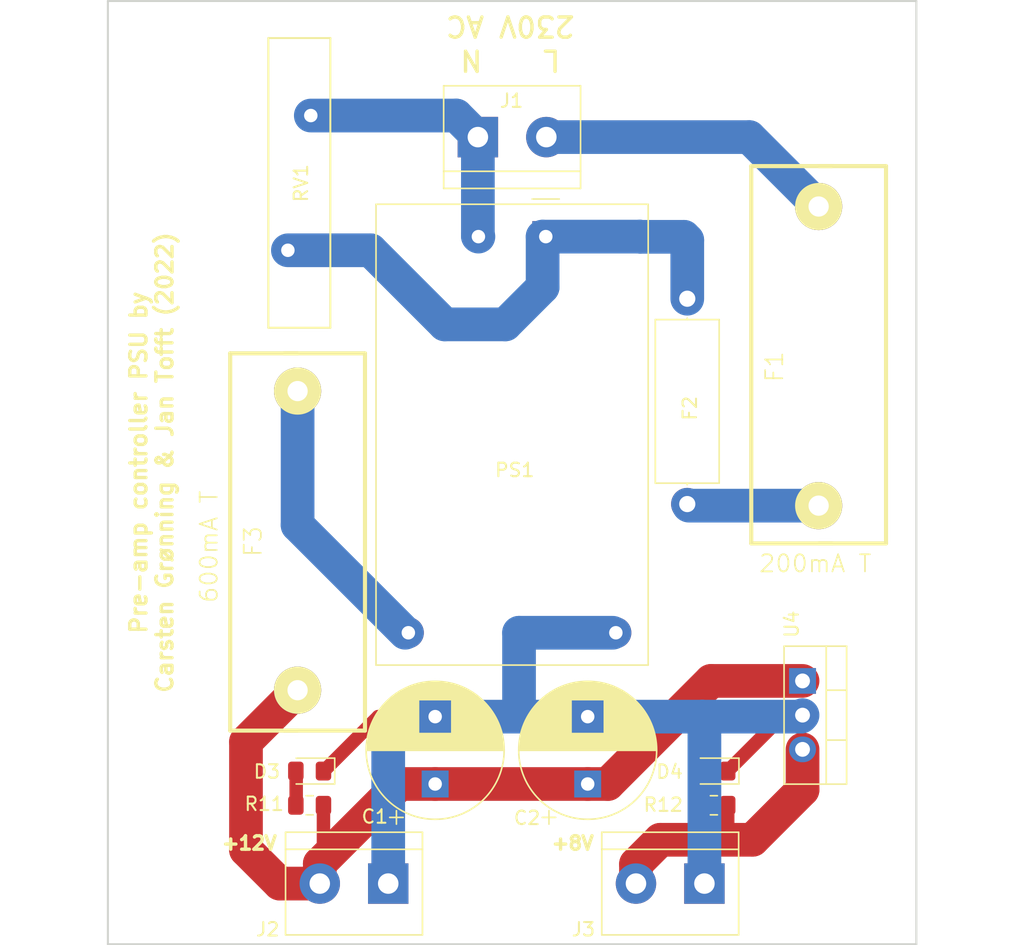
<source format=kicad_pcb>
(kicad_pcb (version 20211014) (generator pcbnew)
  (layers (0 "F.Cu" signal) (31 "B.Cu" signal) (34 "B.Paste" user) (35 "F.Paste" user) (36 "B.SilkS" user "B.Silkscreen") (37 "F.SilkS" user "F.Silkscreen") (38 "B.Mask" user) (39 "F.Mask" user) (44 "Edge.Cuts" user))
  (net 0 "")
  (net 1 "Net-(F1-Pad1)")
  (net 2 "Net-(F1-Pad2)")
  (net 3 "Net-(F3-Pad2)")
  (net 4 "GND")
  (net 5 "Net-(J1-Pad1)")
  (net 6 "+12V")
  (net 7 "+8V")
  (net 8 "Net-(D3-Pad2)")
  (net 9 "Net-(D4-Pad2)")
  (net 10 "Net-(F2-Pad2)")
  (footprint "B1 Mezmerize Controller:BLX-A" (layer "F.Cu") (at 162.75 106.25 -90)
    (fp_text reference "F1" (at 0.9 3.28 -90) (layer "F.SilkS") (effects (font (size 1.27 1.27) (thickness 0.125))))
    (fp_text value "200mA T" (at 15.5 0.25) (layer "F.SilkS") (effects (font (size 1.27 1.27) (thickness 0.125))))
    (fp_line (start 14.00302 -5.00126) (end 14.00302 5.00126) (layer "F.SilkS") (width 0.3048))
    (fp_line (start -13.99794 0) (end -13.99794 -1.00076) (layer "F.SilkS") (width 0.3048))
    (fp_line (start 14.00302 0) (end 14.00302 -1.00076) (layer "F.SilkS") (width 0.3048))
    (fp_line (start 14.00302 5.00126) (end -13.99794 5.00126) (layer "F.SilkS") (width 0.3048))
    (fp_line (start -13.99794 -5.00126) (end 14.00302 -5.00126) (layer "F.SilkS") (width 0.3048))
    (fp_line (start -13.99794 5.00126) (end -13.99794 -5.00126) (layer "F.SilkS") (width 0.3048))
    (pad "1" thru_hole circle locked (at -10.9982 0 270) (size 3.5 3.5) (drill 1.5) (layers *.Cu *.Mask "F.SilkS") (net 1 "Net-(F1-Pad1)"))
    (pad "2" thru_hole circle locked (at 11.2014 0 270) (size 3.5 3.5) (drill 1.5) (layers *.Cu *.Mask "F.SilkS") (net 2 "Net-(F1-Pad2)"))
  )
  (footprint "Resistor_THT:R_Axial_DIN0414_L11.9mm_D4.5mm_P15.24mm_Horizontal" (layer "F.Cu") (at 153 117.33466 90)
    (fp_text reference "F2" (at 7.11 0.195 90) (layer "F.SilkS"))
    (fp_text value "Thermal fuse 73dgr")
    (fp_line (start 13.8 0) (end 13.69 0) (layer "F.SilkS") (width 0.12))
    (fp_line (start 13.69 2.37) (end 13.69 -2.37) (layer "F.SilkS") (width 0.12))
    (fp_line (start 1.55 -2.37) (end 1.55 2.37) (layer "F.SilkS") (width 0.12))
    (fp_line (start 1.55 2.37) (end 13.69 2.37) (layer "F.SilkS") (width 0.12))
    (fp_line (start 1.44 0) (end 1.55 0) (layer "F.SilkS") (width 0.12))
    (fp_line (start 13.69 -2.37) (end 1.55 -2.37) (layer "F.SilkS") (width 0.12))
    (pad "1" thru_hole circle (at 0 0 90) (size 2.4 2.4) (drill 1.2) (layers *.Cu *.Mask) (net 2 "Net-(F1-Pad2)"))
    (pad "2" thru_hole oval (at 15.24 0 90) (size 2.4 2.4) (drill 1.2) (layers *.Cu *.Mask) (net 10 "Net-(F2-Pad2)"))
  )
  (footprint "Package_TO_SOT_THT:TO-220-3_Vertical" (layer "F.Cu") (at 161.555 130.46 -90)
    (fp_text reference "U4" (at -4.21 0.805 90) (layer "F.SilkS"))
    (fp_text value "L7808CV")
    (fp_line (start 0.69 -3.27) (end 0.69 -1.76) (layer "F.SilkS") (width 0.12))
    (fp_line (start 4.391 -3.27) (end 4.391 -1.76) (layer "F.SilkS") (width 0.12))
    (fp_line (start -2.58 1.371) (end 7.66 1.371) (layer "F.SilkS") (width 0.12))
    (fp_line (start -2.58 -3.27) (end 7.66 -3.27) (layer "F.SilkS") (width 0.12))
    (fp_line (start 7.66 -3.27) (end 7.66 1.371) (layer "F.SilkS") (width 0.12))
    (fp_line (start -2.58 -3.27) (end -2.58 1.371) (layer "F.SilkS") (width 0.12))
    (fp_line (start -2.58 -1.76) (end 7.66 -1.76) (layer "F.SilkS") (width 0.12))
    (pad "1" thru_hole rect (at 0 0 270) (size 1.905 2) (drill 1.1) (layers *.Cu *.Mask) (net 6 "+12V"))
    (pad "2" thru_hole oval (at 2.54 0 270) (size 1.905 2) (drill 1.1) (layers *.Cu *.Mask) (net 4 "GND"))
    (pad "3" thru_hole oval (at 5.08 0 270) (size 1.905 2) (drill 1.1) (layers *.Cu *.Mask) (net 7 "+8V"))
  )
  (footprint "MountingHole:MountingHole_3.2mm_M3_ISO7380" (layer "F.Cu") (at 165 145)
    (fp_text reference "REF**")
    (fp_text value "MountingHole_3.2mm_M3_ISO7380")
    (pad "" np_thru_hole circle (at 0 0) (size 3.2 3.2) (drill 3.2) (layers *.Cu *.Mask))
  )
  (footprint "MountingHole:MountingHole_3.2mm_M3_ISO7380" (layer "F.Cu") (at 165 85)
    (fp_text reference "REF**")
    (fp_text value "MountingHole_3.2mm_M3_ISO7380")
    (pad "" np_thru_hole circle (at 0 0) (size 3.2 3.2) (drill 3.2) (layers *.Cu *.Mask))
  )
  (footprint "Capacitor_THT:CP_Radial_D10.0mm_P5.00mm" (layer "F.Cu") (at 145.61 138.11 90)
    (fp_text reference "C2" (at -2.52 -4.5 180) (layer "F.SilkS"))
    (fp_text value "470uF")
    (fp_line (start 3.461 -4.99) (end 3.461 4.99) (layer "F.SilkS") (width 0.12))
    (fp_line (start 4.061 1.241) (end 4.061 4.837) (layer "F.SilkS") (width 0.12))
    (fp_line (start 2.9 -5.065) (end 2.9 5.065) (layer "F.SilkS") (width 0.12))
    (fp_line (start 6.781 -2.77) (end 6.781 2.77) (layer "F.SilkS") (width 0.12))
    (fp_line (start 5.541 -4.08) (end 5.541 -1.241) (layer "F.SilkS") (width 0.12))
    (fp_line (start 3.901 -4.885) (end 3.901 -1.241) (layer "F.SilkS") (width 0.12))
    (fp_line (start 4.221 1.241) (end 4.221 4.783) (layer "F.SilkS") (width 0.12))
    (fp_line (start 6.181 -3.52) (end 6.181 -1.241) (layer "F.SilkS") (width 0.12))
    (fp_line (start 4.061 -4.837) (end 4.061 -1.241) (layer "F.SilkS") (width 0.12))
    (fp_line (start 5.861 1.241) (end 5.861 3.824) (layer "F.SilkS") (width 0.12))
    (fp_line (start 7.501 -1.062) (end 7.501 1.062) (layer "F.SilkS") (width 0.12))
    (fp_line (start 7.381 -1.51) (end 7.381 1.51) (layer "F.SilkS") (width 0.12))
    (fp_line (start 4.781 -4.545) (end 4.781 -1.241) (layer "F.SilkS") (width 0.12))
    (fp_line (start 4.101 1.241) (end 4.101 4.824) (layer "F.SilkS") (width 0.12))
    (fp_line (start 6.861 -2.645) (end 6.861 2.645) (layer "F.SilkS") (width 0.12))
    (fp_line (start 5.381 1.241) (end 5.381 4.194) (layer "F.SilkS") (width 0.12))
    (fp_line (start 2.5 -5.08) (end 2.5 5.08) (layer "F.SilkS") (width 0.12))
    (fp_line (start 7.461 -1.23) (end 7.461 1.23) (layer "F.SilkS") (width 0.12))
    (fp_line (start 3.06 -5.05) (end 3.06 5.05) (layer "F.SilkS") (width 0.12))
    (fp_line (start 4.021 -4.85) (end 4.021 -1.241) (layer "F.SilkS") (width 0.12))
    (fp_line (start 4.501 1.241) (end 4.501 4.674) (layer "F.SilkS") (width 0.12))
    (fp_line (start 7.141 -2.125) (end 7.141 2.125) (layer "F.SilkS") (width 0.12))
    (fp_line (start 5.141 -4.347) (end 5.141 -1.241) (layer "F.SilkS") (width 0.12))
    (fp_line (start 5.381 -4.194) (end 5.381 -1.241) (layer "F.SilkS") (width 0.12))
    (fp_line (start 3.581 -4.965) (end 3.581 4.965) (layer "F.SilkS") (width 0.12))
    (fp_line (start 6.381 -3.301) (end 6.381 3.301) (layer "F.SilkS") (width 0.12))
    (fp_line (start 5.021 1.241) (end 5.021 4.417) (layer "F.SilkS") (width 0.12))
    (fp_line (start 4.581 1.241) (end 4.581 4.639) (layer "F.SilkS") (width 0.12))
    (fp_line (start 3.18 -5.035) (end 3.18 5.035) (layer "F.SilkS") (width 0.12))
    (fp_line (start 2.98 -5.058) (end 2.98 5.058) (layer "F.SilkS") (width 0.12))
    (fp_line (start 5.701 1.241) (end 5.701 3.957) (layer "F.SilkS") (width 0.12))
    (fp_line (start 4.301 1.241) (end 4.301 4.754) (layer "F.SilkS") (width 0.12))
    (fp_line (start -2.479646 -3.375) (end -2.479646 -2.375) (layer "F.SilkS") (width 0.12))
    (fp_line (start 5.221 -4.298) (end 5.221 -1.241) (layer "F.SilkS") (width 0.12))
    (fp_line (start 4.261 1.241) (end 4.261 4.768) (layer "F.SilkS") (width 0.12))
    (fp_line (start 4.141 -4.811) (end 4.141 -1.241) (layer "F.SilkS") (width 0.12))
    (fp_line (start 4.421 1.241) (end 4.421 4.707) (layer "F.SilkS") (width 0.12))
    (fp_line (start 7.421 -1.378) (end 7.421 1.378) (layer "F.SilkS") (width 0.12))
    (fp_line (start 5.661 1.241) (end 5.661 3.989) (layer "F.SilkS") (width 0.12))
    (fp_line (start 3.541 -4.974) (end 3.541 4.974) (layer "F.SilkS") (width 0.12))
    (fp_line (start 5.501 1.241) (end 5.501 4.11) (layer "F.SilkS") (width 0.12))
    (fp_line (start 7.021 -2.365) (end 7.021 2.365) (layer "F.SilkS") (width 0.12))
    (fp_line (start 6.101 1.241) (end 6.101 3.601) (layer "F.SilkS") (width 0.12))
    (fp_line (start 3.781 -4.918) (end 3.781 -1.241) (layer "F.SilkS") (width 0.12))
    (fp_line (start 3.301 -5.018) (end 3.301 5.018) (layer "F.SilkS") (width 0.12))
    (fp_line (start 4.261 -4.768) (end 4.261 -1.241) (layer "F.SilkS") (width 0.12))
    (fp_line (start 5.261 1.241) (end 5.261 4.273) (layer "F.SilkS") (width 0.12))
    (fp_line (start 5.301 -4.247) (end 5.301 -1.241) (layer "F.SilkS") (width 0.12))
    (fp_line (start 5.221 1.241) (end 5.221 4.298) (layer "F.SilkS") (width 0.12))
    (fp_line (start 5.781 -3.892) (end 5.781 -1.241) (layer "F.SilkS") (width 0.12))
    (fp_line (start 6.821 -2.709) (end 6.821 2.709) (layer "F.SilkS") (width 0.12))
    (fp_line (start 6.221 -3.478) (end 6.221 -1.241) (layer "F.SilkS") (width 0.12))
    (fp_line (start 6.741 -2.83) (end 6.741 2.83) (layer "F.SilkS") (width 0.12))
    (fp_line (start 6.701 -2.889) (end 6.701 2.889) (layer "F.SilkS") (width 0.12))
    (fp_line (start 6.021 1.241) (end 6.021 3.679) (layer "F.SilkS") (width 0.12))
    (fp_line (start 5.261 -4.273) (end 5.261 -1.241) (layer "F.SilkS") (width 0.12))
    (fp_line (start 4.541 -4.657) (end 4.541 -1.241) (layer "F.SilkS") (width 0.12))
    (fp_line (start 4.901 -4.483) (end 4.901 -1.241) (layer "F.SilkS") (width 0.12))
    (fp_line (start 5.741 1.241) (end 5.741 3.925) (layer "F.SilkS") (width 0.12))
    (fp_line (start 6.461 -3.206) (end 6.461 3.206) (layer "F.SilkS") (width 0.12))
    (fp_line (start 4.661 -4.603) (end 4.661 -1.241) (layer "F.SilkS") (width 0.12))
    (fp_line (start 2.78 -5.073) (end 2.78 5.073) (layer "F.SilkS") (width 0.12))
    (fp_line (start 5.341 -4.221) (end 5.341 -1.241) (layer "F.SilkS") (width 0.12))
    (fp_line (start 6.061 -3.64) (end 6.061 -1.241) (layer "F.SilkS") (width 0.12))
    (fp_line (start 6.221 1.241) (end 6.221 3.478) (layer "F.SilkS") (width 0.12))
    (fp_line (start 6.541 -3.106) (end 6.541 3.106) (layer "F.SilkS") (width 0.12))
    (fp_line (start 3.421 -4.997) (end 3.421 4.997) (layer "F.SilkS") (width 0.12))
    (fp_line (start 4.701 -4.584) (end 4.701 -1.241) (layer "F.SilkS") (width 0.12))
    (fp_line (start 6.981 -2.439) (end 6.981 2.439) (layer "F.SilkS") (width 0.12))
    (fp_line (start 2.7 -5.077) (end 2.7 5.077) (layer "F.SilkS") (width 0.12))
    (fp_line (start 2.74 -5.075) (end 2.74 5.075) (layer "F.SilkS") (width 0.12))
    (fp_line (start 5.461 1.241) (end 5.461 4.138) (layer "F.SilkS") (width 0.12))
    (fp_line (start 5.501 -4.11) (end 5.501 -1.241) (layer "F.SilkS") (width 0.12))
    (fp_line (start 4.741 -4.564) (end 4.741 -1.241) (layer "F.SilkS") (width 0.12))
    (fp_line (start 7.221 -1.944) (end 7.221 1.944) (layer "F.SilkS") (width 0.12))
    (fp_line (start 4.821 -4.525) (end 4.821 -1.241) (layer "F.SilkS") (width 0.12))
    (fp_line (start 5.101 -4.371) (end 5.101 -1.241) (layer "F.SilkS") (width 0.12))
    (fp_line (start 4.021 1.241) (end 4.021 4.85) (layer "F.SilkS") (width 0.12))
    (fp_line (start 4.901 1.241) (end 4.901 4.483) (layer "F.SilkS") (width 0.12))
    (fp_line (start 4.781 1.241) (end 4.781 4.545) (layer "F.SilkS") (width 0.12))
    (fp_line (start 5.061 1.241) (end 5.061 4.395) (layer "F.SilkS") (width 0.12))
    (fp_line (start 4.981 1.241) (end 4.981 4.44) (layer "F.SilkS") (width 0.12))
    (fp_line (start 4.581 -4.639) (end 4.581 -1.241) (layer "F.SilkS") (width 0.12))
    (fp_line (start 3.861 -4.897) (end 3.861 -1.241) (layer "F.SilkS") (width 0.12))
    (fp_line (start 6.261 -3.436) (end 6.261 3.436) (layer "F.SilkS") (width 0.12))
    (fp_line (start 6.341 -3.347) (end 6.341 3.347) (layer "F.SilkS") (width 0.12))
    (fp_line (start 5.421 -4.166) (end 5.421 -1.241) (layer "F.SilkS") (width 0.12))
    (fp_line (start 2.58 -5.08) (end 2.58 5.08) (layer "F.SilkS") (width 0.12))
    (fp_line (start 5.981 -3.716) (end 5.981 -1.241) (layer "F.SilkS") (width 0.12))
    (fp_line (start 3.741 -4.928) (end 3.741 4.928) (layer "F.SilkS") (width 0.12))
    (fp_line (start 5.901 -3.789) (end 5.901 -1.241) (layer "F.SilkS") (width 0.12))
    (fp_line (start 7.061 -2.289) (end 7.061 2.289) (layer "F.SilkS") (width 0.12))
    (fp_line (start 7.301 -1.742) (end 7.301 1.742) (layer "F.SilkS") (width 0.12))
    (fp_line (start 3.1 -5.045) (end 3.1 5.045) (layer "F.SilkS") (width 0.12))
    (fp_line (start 5.661 -3.989) (end 5.661 -1.241) (layer "F.SilkS") (width 0.12))
    (fp_line (start 4.221 -4.783) (end 4.221 -1.241) (layer "F.SilkS") (width 0.12))
    (fp_line (start 4.101 -4.824) (end 4.101 -1.241) (layer "F.SilkS") (width 0.12))
    (fp_line (start 4.341 1.241) (end 4.341 4.738) (layer "F.SilkS") (width 0.12))
    (fp_line (start 4.741 1.241) (end 4.741 4.564) (layer "F.SilkS") (width 0.12))
    (fp_line (start 4.381 1.241) (end 4.381 4.723) (layer "F.SilkS") (width 0.12))
    (fp_line (start 5.581 1.241) (end 5.581 4.05) (layer "F.SilkS") (width 0.12))
    (fp_line (start 3.261 -5.024) (end 3.261 5.024) (layer "F.SilkS") (width 0.12))
    (fp_line (start 2.66 -5.078) (end 2.66 5.078) (layer "F.SilkS") (width 0.12))
    (fp_line (start 3.821 1.241) (end 3.821 4.907) (layer "F.SilkS") (width 0.12))
    (fp_line (start -2.979646 -2.875) (end -1.979646 -2.875) (layer "F.SilkS") (width 0.12))
    (fp_line (start 3.981 -4.862) (end 3.981 -1.241) (layer "F.SilkS") (width 0.12))
    (fp_line (start 4.341 -4.738) (end 4.341 -1.241) (layer "F.SilkS") (width 0.12))
    (fp_line (start 6.061 1.241) (end 6.061 3.64) (layer "F.SilkS") (width 0.12))
    (fp_line (start 4.181 -4.797) (end 4.181 -1.241) (layer "F.SilkS") (width 0.12))
    (fp_line (start 4.861 1.241) (end 4.861 4.504) (layer "F.SilkS") (width 0.12))
    (fp_line (start 4.501 -4.674) (end 4.501 -1.241) (layer "F.SilkS") (width 0.12))
    (fp_line (start 6.181 1.241) (end 6.181 3.52) (layer "F.SilkS") (width 0.12))
    (fp_line (start 3.941 1.241) (end 3.941 4.874) (layer "F.SilkS") (width 0.12))
    (fp_line (start 3.981 1.241) (end 3.981 4.862) (layer "F.SilkS") (width 0.12))
    (fp_line (start 7.181 -2.037) (end 7.181 2.037) (layer "F.SilkS") (width 0.12))
    (fp_line (start 4.661 1.241) (end 4.661 4.603) (layer "F.SilkS") (width 0.12))
    (fp_line (start 5.181 1.241) (end 5.181 4.323) (layer "F.SilkS") (width 0.12))
    (fp_line (start 6.941 -2.51) (end 6.941 2.51) (layer "F.SilkS") (width 0.12))
    (fp_line (start 3.781 1.241) (end 3.781 4.918) (layer "F.SilkS") (width 0.12))
    (fp_line (start 6.021 -3.679) (end 6.021 -1.241) (layer "F.SilkS") (width 0.12))
    (fp_line (start 5.781 1.241) (end 5.781 3.892) (layer "F.SilkS") (width 0.12))
    (fp_line (start 7.541 -0.862) (end 7.541 0.862) (layer "F.SilkS") (width 0.12))
    (fp_line (start 3.661 -4.947) (end 3.661 4.947) (layer "F.SilkS") (width 0.12))
    (fp_line (start 5.181 -4.323) (end 5.181 -1.241) (layer "F.SilkS") (width 0.12))
    (fp_line (start 5.141 1.241) (end 5.141 4.347) (layer "F.SilkS") (width 0.12))
    (fp_line (start 5.941 -3.753) (end 5.941 -1.241) (layer "F.SilkS") (width 0.12))
    (fp_line (start 2.86 -5.068) (end 2.86 5.068) (layer "F.SilkS") (width 0.12))
    (fp_line (start 3.381 -5.004) (end 3.381 5.004) (layer "F.SilkS") (width 0.12))
    (fp_line (start 6.141 -3.561) (end 6.141 -1.241) (layer "F.SilkS") (width 0.12))
    (fp_line (start 3.14 -5.04) (end 3.14 5.04) (layer "F.SilkS") (width 0.12))
    (fp_line (start 5.861 -3.824) (end 5.861 -1.241) (layer "F.SilkS") (width 0.12))
    (fp_line (start 3.221 -5.03) (end 3.221 5.03) (layer "F.SilkS") (width 0.12))
    (fp_line (start 6.661 -2.945) (end 6.661 2.945) (layer "F.SilkS") (width 0.12))
    (fp_line (start 2.54 -5.08) (end 2.54 5.08) (layer "F.SilkS") (width 0.12))
    (fp_line (start 3.02 -5.054) (end 3.02 5.054) (layer "F.SilkS") (width 0.12))
    (fp_line (start 5.061 -4.395) (end 5.061 -1.241) (layer "F.SilkS") (width 0.12))
    (fp_line (start 3.701 -4.938) (end 3.701 4.938) (layer "F.SilkS") (width 0.12))
    (fp_line (start 4.821 1.241) (end 4.821 4.525) (layer "F.SilkS") (width 0.12))
    (fp_line (start 3.501 -4.982) (end 3.501 4.982) (layer "F.SilkS") (width 0.12))
    (fp_line (start 5.901 1.241) (end 5.901 3.789) (layer "F.SilkS") (width 0.12))
    (fp_line (start 4.461 -4.69) (end 4.461 -1.241) (layer "F.SilkS") (width 0.12))
    (fp_line (start 6.501 -3.156) (end 6.501 3.156) (layer "F.SilkS") (width 0.12))
    (fp_line (start 7.581 -0.599) (end 7.581 0.599) (layer "F.SilkS") (width 0.12))
    (fp_line (start 4.701 1.241) (end 4.701 4.584) (layer "F.SilkS") (width 0.12))
    (fp_line (start 4.381 -4.723) (end 4.381 -1.241) (layer "F.SilkS") (width 0.12))
    (fp_line (start 5.101 1.241) (end 5.101 4.371) (layer "F.SilkS") (width 0.12))
    (fp_line (start 4.541 1.241) (end 4.541 4.657) (layer "F.SilkS") (width 0.12))
    (fp_line (start 7.261 -1.846) (end 7.261 1.846) (layer "F.SilkS") (width 0.12))
    (fp_line (start 5.541 1.241) (end 5.541 4.08) (layer "F.SilkS") (width 0.12))
    (fp_line (start 4.141 1.241) (end 4.141 4.811) (layer "F.SilkS") (width 0.12))
    (fp_line (start 2.82 -5.07) (end 2.82 5.07) (layer "F.SilkS") (width 0.12))
    (fp_line (start 5.821 -3.858) (end 5.821 -1.241) (layer "F.SilkS") (width 0.12))
    (fp_line (start 5.981 1.241) (end 5.981 3.716) (layer "F.SilkS") (width 0.12))
    (fp_line (start 5.741 -3.925) (end 5.741 -1.241) (layer "F.SilkS") (width 0.12))
    (fp_line (start 3.941 -4.874) (end 3.941 -1.241) (layer "F.SilkS") (width 0.12))
    (fp_line (start 7.341 -1.63) (end 7.341 1.63) (layer "F.SilkS") (width 0.12))
    (fp_line (start 5.941 1.241) (end 5.941 3.753) (layer "F.SilkS") (width 0.12))
    (fp_line (start 6.101 -3.601) (end 6.101 -1.241) (layer "F.SilkS") (width 0.12))
    (fp_line (start 3.821 -4.907) (end 3.821 -1.241) (layer "F.SilkS") (width 0.12))
    (fp_line (start 6.901 -2.579) (end 6.901 2.579) (layer "F.SilkS") (width 0.12))
    (fp_line (start 4.861 -4.504) (end 4.861 -1.241) (layer "F.SilkS") (width 0.12))
    (fp_line (start 4.181 1.241) (end 4.181 4.797) (layer "F.SilkS") (width 0.12))
    (fp_line (start 5.461 -4.138) (end 5.461 -1.241) (layer "F.SilkS") (width 0.12))
    (fp_line (start 4.941 -4.462) (end 4.941 -1.241) (layer "F.SilkS") (width 0.12))
    (fp_line (start 5.341 1.241) (end 5.341 4.221) (layer "F.SilkS") (width 0.12))
    (fp_line (start 4.301 -4.754) (end 4.301 -1.241) (layer "F.SilkS") (width 0.12))
    (fp_line (start 5.701 -3.957) (end 5.701 -1.241) (layer "F.SilkS") (width 0.12))
    (fp_line (start 6.581 -3.054) (end 6.581 3.054) (layer "F.SilkS") (width 0.12))
    (fp_line (start 5.021 -4.417) (end 5.021 -1.241) (layer "F.SilkS") (width 0.12))
    (fp_line (start 5.821 1.241) (end 5.821 3.858) (layer "F.SilkS") (width 0.12))
    (fp_line (start 3.621 -4.956) (end 3.621 4.956) (layer "F.SilkS") (width 0.12))
    (fp_line (start 3.901 1.241) (end 3.901 4.885) (layer "F.SilkS") (width 0.12))
    (fp_line (start 4.461 1.241) (end 4.461 4.69) (layer "F.SilkS") (width 0.12))
    (fp_line (start 6.421 -3.254) (end 6.421 3.254) (layer "F.SilkS") (width 0.12))
    (fp_line (start 5.621 1.241) (end 5.621 4.02) (layer "F.SilkS") (width 0.12))
    (fp_line (start 6.621 -3) (end 6.621 3) (layer "F.SilkS") (width 0.12))
    (fp_line (start 5.581 -4.05) (end 5.581 -1.241) (layer "F.SilkS") (width 0.12))
    (fp_line (start 3.341 -5.011) (end 3.341 5.011) (layer "F.SilkS") (width 0.12))
    (fp_line (start 4.941 1.241) (end 4.941 4.462) (layer "F.SilkS") (width 0.12))
    (fp_line (start 6.301 -3.392) (end 6.301 3.392) (layer "F.SilkS") (width 0.12))
    (fp_line (start 4.621 -4.621) (end 4.621 -1.241) (layer "F.SilkS") (width 0.12))
    (fp_line (start 2.62 -5.079) (end 2.62 5.079) (layer "F.SilkS") (width 0.12))
    (fp_line (start 5.421 1.241) (end 5.421 4.166) (layer "F.SilkS") (width 0.12))
    (fp_line (start 4.421 -4.707) (end 4.421 -1.241) (layer "F.SilkS") (width 0.12))
    (fp_line (start 4.621 1.241) (end 4.621 4.621) (layer "F.SilkS") (width 0.12))
    (fp_line (start 5.621 -4.02) (end 5.621 -1.241) (layer "F.SilkS") (width 0.12))
    (fp_line (start 3.861 1.241) (end 3.861 4.897) (layer "F.SilkS") (width 0.12))
    (fp_line (start 4.981 -4.44) (end 4.981 -1.241) (layer "F.SilkS") (width 0.12))
    (fp_line (start 6.141 1.241) (end 6.141 3.561) (layer "F.SilkS") (width 0.12))
    (fp_line (start 7.101 -2.209) (end 7.101 2.209) (layer "F.SilkS") (width 0.12))
    (fp_line (start 2.94 -5.062) (end 2.94 5.062) (layer "F.SilkS") (width 0.12))
    (fp_line (start 5.301 1.241) (end 5.301 4.247) (layer "F.SilkS") (width 0.12))
    (fp_circle (center 2.5 0) (end 7.62 0) (layer "F.SilkS") (width 0.12) (fill none))
    (pad "1" thru_hole rect (at 0 0 90) (size 2 2) (drill 1) (layers *.Cu *.Mask) (net 6 "+12V"))
    (pad "2" thru_hole circle (at 5 0 90) (size 2 2) (drill 1) (layers *.Cu *.Mask) (net 4 "GND"))
  )
  (footprint "Varistor:RV_Disc_D21.5mm_W4.6mm_P10mm" (layer "F.Cu") (at 123.36 98.5 90)
    (fp_text reference "RV1" (at 4.98 0.975 90) (layer "F.SilkS"))
    (fp_text value "Varistor")
    (fp_line (start 15.75 -1.45) (end 15.75 3.15) (layer "F.SilkS") (width 0.15))
    (fp_line (start -5.75 -1.45) (end 15.75 -1.45) (layer "F.SilkS") (width 0.15))
    (fp_line (start -5.75 3.15) (end 15.75 3.15) (layer "F.SilkS") (width 0.15))
    (fp_line (start -5.75 -1.45) (end -5.75 3.15) (layer "F.SilkS") (width 0.15))
    (pad "1" thru_hole circle (at 0 0 90) (size 2 2) (drill 1) (layers *.Cu *.Mask) (net 10 "Net-(F2-Pad2)"))
    (pad "2" thru_hole circle (at 10 1.7 90) (size 2 2) (drill 1) (layers *.Cu *.Mask) (net 5 "Net-(J1-Pad1)"))
  )
  (footprint "TerminalBlock:TerminalBlock_bornier-2_P5.08mm" (layer "F.Cu") (at 137.46 90.1)
    (fp_text reference "J1" (at 2.5 -2.7) (layer "F.SilkS"))
    (fp_text value "230 Vac")
    (fp_line (start -2.54 3.81) (end 7.62 3.81) (layer "F.SilkS") (width 0.12))
    (fp_line (start 7.62 2.54) (end -2.54 2.54) (layer "F.SilkS") (width 0.12))
    (fp_line (start 7.62 3.81) (end 7.62 -3.81) (layer "F.SilkS") (width 0.12))
    (fp_line (start -2.54 -3.81) (end -2.54 3.81) (layer "F.SilkS") (width 0.12))
    (fp_line (start 7.62 -3.81) (end -2.54 -3.81) (layer "F.SilkS") (width 0.12))
    (pad "1" thru_hole rect (at 0 0) (size 3 3) (drill 1.52) (layers *.Cu *.Mask) (net 5 "Net-(J1-Pad1)"))
    (pad "2" thru_hole circle (at 5.08 0) (size 3 3) (drill 1.52) (layers *.Cu *.Mask) (net 1 "Net-(F1-Pad1)"))
  )
  (footprint "Capacitor_THT:CP_Radial_D10.0mm_P5.00mm" (layer "F.Cu") (at 134.29 138.11 90)
    (fp_text reference "C1" (at -2.42 -4.48 180) (layer "F.SilkS"))
    (fp_text value "470uF")
    (fp_line (start 4.821 -4.525) (end 4.821 -1.241) (layer "F.SilkS") (width 0.12))
    (fp_line (start 3.221 -5.03) (end 3.221 5.03) (layer "F.SilkS") (width 0.12))
    (fp_line (start 4.981 1.241) (end 4.981 4.44) (layer "F.SilkS") (width 0.12))
    (fp_line (start 5.781 -3.892) (end 5.781 -1.241) (layer "F.SilkS") (width 0.12))
    (fp_line (start 5.301 1.241) (end 5.301 4.247) (layer "F.SilkS") (width 0.12))
    (fp_line (start 6.981 -2.439) (end 6.981 2.439) (layer "F.SilkS") (width 0.12))
    (fp_line (start 7.301 -1.742) (end 7.301 1.742) (layer "F.SilkS") (width 0.12))
    (fp_line (start 6.461 -3.206) (end 6.461 3.206) (layer "F.SilkS") (width 0.12))
    (fp_line (start 4.461 -4.69) (end 4.461 -1.241) (layer "F.SilkS") (width 0.12))
    (fp_line (start 5.101 -4.371) (end 5.101 -1.241) (layer "F.SilkS") (width 0.12))
    (fp_line (start 3.781 1.241) (end 3.781 4.918) (layer "F.SilkS") (width 0.12))
    (fp_line (start 6.301 -3.392) (end 6.301 3.392) (layer "F.SilkS") (width 0.12))
    (fp_line (start 3.541 -4.974) (end 3.541 4.974) (layer "F.SilkS") (width 0.12))
    (fp_line (start 5.541 -4.08) (end 5.541 -1.241) (layer "F.SilkS") (width 0.12))
    (fp_line (start 3.981 1.241) (end 3.981 4.862) (layer "F.SilkS") (width 0.12))
    (fp_line (start 5.341 -4.221) (end 5.341 -1.241) (layer "F.SilkS") (width 0.12))
    (fp_line (start 6.221 -3.478) (end 6.221 -1.241) (layer "F.SilkS") (width 0.12))
    (fp_line (start 4.781 1.241) (end 4.781 4.545) (layer "F.SilkS") (width 0.12))
    (fp_line (start 3.18 -5.035) (end 3.18 5.035) (layer "F.SilkS") (width 0.12))
    (fp_line (start 7.101 -2.209) (end 7.101 2.209) (layer "F.SilkS") (width 0.12))
    (fp_line (start 4.341 1.241) (end 4.341 4.738) (layer "F.SilkS") (width 0.12))
    (fp_line (start 4.501 1.241) (end 4.501 4.674) (layer "F.SilkS") (width 0.12))
    (fp_line (start 4.861 1.241) (end 4.861 4.504) (layer "F.SilkS") (width 0.12))
    (fp_line (start 6.421 -3.254) (end 6.421 3.254) (layer "F.SilkS") (width 0.12))
    (fp_line (start 5.581 -4.05) (end 5.581 -1.241) (layer "F.SilkS") (width 0.12))
    (fp_line (start 7.341 -1.63) (end 7.341 1.63) (layer "F.SilkS") (width 0.12))
    (fp_line (start 5.181 -4.323) (end 5.181 -1.241) (layer "F.SilkS") (width 0.12))
    (fp_line (start 6.061 -3.64) (end 6.061 -1.241) (layer "F.SilkS") (width 0.12))
    (fp_line (start 3.421 -4.997) (end 3.421 4.997) (layer "F.SilkS") (width 0.12))
    (fp_line (start 4.141 -4.811) (end 4.141 -1.241) (layer "F.SilkS") (width 0.12))
    (fp_line (start 6.141 1.241) (end 6.141 3.561) (layer "F.SilkS") (width 0.12))
    (fp_line (start 3.821 -4.907) (end 3.821 -1.241) (layer "F.SilkS") (width 0.12))
    (fp_line (start 4.701 -4.584) (end 4.701 -1.241) (layer "F.SilkS") (width 0.12))
    (fp_line (start 5.221 -4.298) (end 5.221 -1.241) (layer "F.SilkS") (width 0.12))
    (fp_line (start 2.54 -5.08) (end 2.54 5.08) (layer "F.SilkS") (width 0.12))
    (fp_line (start 6.021 -3.679) (end 6.021 -1.241) (layer "F.SilkS") (width 0.12))
    (fp_line (start 4.901 1.241) (end 4.901 4.483) (layer "F.SilkS") (width 0.12))
    (fp_line (start 4.261 1.241) (end 4.261 4.768) (layer "F.SilkS") (width 0.12))
    (fp_line (start 5.861 1.241) (end 5.861 3.824) (layer "F.SilkS") (width 0.12))
    (fp_line (start 3.741 -4.928) (end 3.741 4.928) (layer "F.SilkS") (width 0.12))
    (fp_line (start 3.661 -4.947) (end 3.661 4.947) (layer "F.SilkS") (width 0.12))
    (fp_line (start 4.941 1.241) (end 4.941 4.462) (layer "F.SilkS") (width 0.12))
    (fp_line (start 5.181 1.241) (end 5.181 4.323) (layer "F.SilkS") (width 0.12))
    (fp_line (start 4.981 -4.44) (end 4.981 -1.241) (layer "F.SilkS") (width 0.12))
    (fp_line (start 7.141 -2.125) (end 7.141 2.125) (layer "F.SilkS") (width 0.12))
    (fp_line (start 5.621 1.241) (end 5.621 4.02) (layer "F.SilkS") (width 0.12))
    (fp_line (start 2.86 -5.068) (end 2.86 5.068) (layer "F.SilkS") (width 0.12))
    (fp_line (start 6.221 1.241) (end 6.221 3.478) (layer "F.SilkS") (width 0.12))
    (fp_line (start 4.621 1.241) (end 4.621 4.621) (layer "F.SilkS") (width 0.12))
    (fp_line (start 3.341 -5.011) (end 3.341 5.011) (layer "F.SilkS") (width 0.12))
    (fp_line (start 4.541 -4.657) (end 4.541 -1.241) (layer "F.SilkS") (width 0.12))
    (fp_line (start 6.021 1.241) (end 6.021 3.679) (layer "F.SilkS") (width 0.12))
    (fp_line (start 5.461 -4.138) (end 5.461 -1.241) (layer "F.SilkS") (width 0.12))
    (fp_line (start 3.261 -5.024) (end 3.261 5.024) (layer "F.SilkS") (width 0.12))
    (fp_line (start 2.74 -5.075) (end 2.74 5.075) (layer "F.SilkS") (width 0.12))
    (fp_line (start 2.58 -5.08) (end 2.58 5.08) (layer "F.SilkS") (width 0.12))
    (fp_line (start 4.261 -4.768) (end 4.261 -1.241) (layer "F.SilkS") (width 0.12))
    (fp_line (start 5.381 1.241) (end 5.381 4.194) (layer "F.SilkS") (width 0.12))
    (fp_line (start 6.781 -2.77) (end 6.781 2.77) (layer "F.SilkS") (width 0.12))
    (fp_line (start 3.1 -5.045) (end 3.1 5.045) (layer "F.SilkS") (width 0.12))
    (fp_line (start 4.301 1.241) (end 4.301 4.754) (layer "F.SilkS") (width 0.12))
    (fp_line (start 2.9 -5.065) (end 2.9 5.065) (layer "F.SilkS") (width 0.12))
    (fp_line (start 6.181 1.241) (end 6.181 3.52) (layer "F.SilkS") (width 0.12))
    (fp_line (start 5.821 -3.858) (end 5.821 -1.241) (layer "F.SilkS") (width 0.12))
    (fp_line (start 7.261 -1.846) (end 7.261 1.846) (layer "F.SilkS") (width 0.12))
    (fp_line (start 6.901 -2.579) (end 6.901 2.579) (layer "F.SilkS") (width 0.12))
    (fp_line (start 7.181 -2.037) (end 7.181 2.037) (layer "F.SilkS") (width 0.12))
    (fp_line (start 2.62 -5.079) (end 2.62 5.079) (layer "F.SilkS") (width 0.12))
    (fp_line (start 5.501 -4.11) (end 5.501 -1.241) (layer "F.SilkS") (width 0.12))
    (fp_line (start 6.661 -2.945) (end 6.661 2.945) (layer "F.SilkS") (width 0.12))
    (fp_line (start 4.181 -4.797) (end 4.181 -1.241) (layer "F.SilkS") (width 0.12))
    (fp_line (start 6.261 -3.436) (end 6.261 3.436) (layer "F.SilkS") (width 0.12))
    (fp_line (start 4.581 -4.639) (end 4.581 -1.241) (layer "F.SilkS") (width 0.12))
    (fp_line (start 3.941 1.241) (end 3.941 4.874) (layer "F.SilkS") (width 0.12))
    (fp_line (start 5.901 -3.789) (end 5.901 -1.241) (layer "F.SilkS") (width 0.12))
    (fp_line (start 7.021 -2.365) (end 7.021 2.365) (layer "F.SilkS") (width 0.12))
    (fp_line (start 5.021 1.241) (end 5.021 4.417) (layer "F.SilkS") (width 0.12))
    (fp_line (start 3.821 1.241) (end 3.821 4.907) (layer "F.SilkS") (width 0.12))
    (fp_line (start 5.141 -4.347) (end 5.141 -1.241) (layer "F.SilkS") (width 0.12))
    (fp_line (start 4.101 1.241) (end 4.101 4.824) (layer "F.SilkS") (width 0.12))
    (fp_line (start 7.581 -0.599) (end 7.581 0.599) (layer "F.SilkS") (width 0.12))
    (fp_line (start 4.181 1.241) (end 4.181 4.797) (layer "F.SilkS") (width 0.12))
    (fp_line (start 2.7 -5.077) (end 2.7 5.077) (layer "F.SilkS") (width 0.12))
    (fp_line (start 4.901 -4.483) (end 4.901 -1.241) (layer "F.SilkS") (width 0.12))
    (fp_line (start 5.141 1.241) (end 5.141 4.347) (layer "F.SilkS") (width 0.12))
    (fp_line (start 5.941 1.241) (end 5.941 3.753) (layer "F.SilkS") (width 0.12))
    (fp_line (start 3.901 1.241) (end 3.901 4.885) (layer "F.SilkS") (width 0.12))
    (fp_line (start 2.94 -5.062) (end 2.94 5.062) (layer "F.SilkS") (width 0.12))
    (fp_line (start 4.061 -4.837) (end 4.061 -1.241) (layer "F.SilkS") (width 0.12))
    (fp_line (start 5.301 -4.247) (end 5.301 -1.241) (layer "F.SilkS") (width 0.12))
    (fp_line (start 6.381 -3.301) (end 6.381 3.301) (layer "F.SilkS") (width 0.12))
    (fp_line (start 5.061 1.241) (end 5.061 4.395) (layer "F.SilkS") (width 0.12))
    (fp_line (start 4.101 -4.824) (end 4.101 -1.241) (layer "F.SilkS") (width 0.12))
    (fp_line (start 6.621 -3) (end 6.621 3) (layer "F.SilkS") (width 0.12))
    (fp_line (start 5.221 1.241) (end 5.221 4.298) (layer "F.SilkS") (width 0.12))
    (fp_line (start 4.741 1.241) (end 4.741 4.564) (layer "F.SilkS") (width 0.12))
    (fp_line (start 6.581 -3.054) (end 6.581 3.054) (layer "F.SilkS") (width 0.12))
    (fp_line (start 6.061 1.241) (end 6.061 3.64) (layer "F.SilkS") (width 0.12))
    (fp_line (start 4.941 -4.462) (end 4.941 -1.241) (layer "F.SilkS") (width 0.12))
    (fp_line (start 4.661 -4.603) (end 4.661 -1.241) (layer "F.SilkS") (width 0.12))
    (fp_line (start 5.381 -4.194) (end 5.381 -1.241) (layer "F.SilkS") (width 0.12))
    (fp_line (start 7.461 -1.23) (end 7.461 1.23) (layer "F.SilkS") (width 0.12))
    (fp_line (start 6.181 -3.52) (end 6.181 -1.241) (layer "F.SilkS") (width 0.12))
    (fp_line (start 4.581 1.241) (end 4.581 4.639) (layer "F.SilkS") (width 0.12))
    (fp_line (start 5.061 -4.395) (end 5.061 -1.241) (layer "F.SilkS") (width 0.12))
    (fp_line (start 7.541 -0.862) (end 7.541 0.862) (layer "F.SilkS") (width 0.12))
    (fp_line (start 6.501 -3.156) (end 6.501 3.156) (layer "F.SilkS") (width 0.12))
    (fp_line (start 6.741 -2.83) (end 6.741 2.83) (layer "F.SilkS") (width 0.12))
    (fp_line (start 3.501 -4.982) (end 3.501 4.982) (layer "F.SilkS") (width 0.12))
    (fp_line (start 4.421 -4.707) (end 4.421 -1.241) (layer "F.SilkS") (width 0.12))
    (fp_line (start 3.14 -5.04) (end 3.14 5.04) (layer "F.SilkS") (width 0.12))
    (fp_line (start 7.061 -2.289) (end 7.061 2.289) (layer "F.SilkS") (width 0.12))
    (fp_line (start 3.861 -4.897) (end 3.861 -1.241) (layer "F.SilkS") (width 0.12))
    (fp_line (start 3.06 -5.05) (end 3.06 5.05) (layer "F.SilkS") (width 0.12))
    (fp_line (start -2.479646 -3.375) (end -2.479646 -2.375) (layer "F.SilkS") (width 0.12))
    (fp_line (start 4.221 1.241) (end 4.221 4.783) (layer "F.SilkS") (width 0.12))
    (fp_line (start 4.821 1.241) (end 4.821 4.525) (layer "F.SilkS") (width 0.12))
    (fp_line (start 3.861 1.241) (end 3.861 4.897) (layer "F.SilkS") (width 0.12))
    (fp_line (start 3.461 -4.99) (end 3.461 4.99) (layer "F.SilkS") (width 0.12))
    (fp_line (start 5.741 -3.925) (end 5.741 -1.241) (layer "F.SilkS") (width 0.12))
    (fp_line (start -2.979646 -2.875) (end -1.979646 -2.875) (layer "F.SilkS") (width 0.12))
    (fp_line (start 5.661 -3.989) (end 5.661 -1.241) (layer "F.SilkS") (width 0.12))
    (fp_line (start 3.781 -4.918) (end 3.781 -1.241) (layer "F.SilkS") (width 0.12))
    (fp_line (start 3.941 -4.874) (end 3.941 -1.241) (layer "F.SilkS") (width 0.12))
    (fp_line (start 6.101 -3.601) (end 6.101 -1.241) (layer "F.SilkS") (width 0.12))
    (fp_line (start 5.981 1.241) (end 5.981 3.716) (layer "F.SilkS") (width 0.12))
    (fp_line (start 5.701 1.241) (end 5.701 3.957) (layer "F.SilkS") (width 0.12))
    (fp_line (start 7.501 -1.062) (end 7.501 1.062) (layer "F.SilkS") (width 0.12))
    (fp_line (start 6.821 -2.709) (end 6.821 2.709) (layer "F.SilkS") (width 0.12))
    (fp_line (start 3.581 -4.965) (end 3.581 4.965) (layer "F.SilkS") (width 0.12))
    (fp_line (start 5.981 -3.716) (end 5.981 -1.241) (layer "F.SilkS") (width 0.12))
    (fp_line (start 3.381 -5.004) (end 3.381 5.004) (layer "F.SilkS") (width 0.12))
    (fp_line (start 6.861 -2.645) (end 6.861 2.645) (layer "F.SilkS") (width 0.12))
    (fp_line (start 3.981 -4.862) (end 3.981 -1.241) (layer "F.SilkS") (width 0.12))
    (fp_line (start 4.781 -4.545) (end 4.781 -1.241) (layer "F.SilkS") (width 0.12))
    (fp_line (start 5.781 1.241) (end 5.781 3.892) (layer "F.SilkS") (width 0.12))
    (fp_line (start 4.541 1.241) (end 4.541 4.657) (layer "F.SilkS") (width 0.12))
    (fp_line (start 4.701 1.241) (end 4.701 4.584) (layer "F.SilkS") (width 0.12))
    (fp_line (start 4.381 -4.723) (end 4.381 -1.241) (layer "F.SilkS") (width 0.12))
    (fp_line (start 5.861 -3.824) (end 5.861 -1.241) (layer "F.SilkS") (width 0.12))
    (fp_line (start 4.021 1.241) (end 4.021 4.85) (layer "F.SilkS") (width 0.12))
    (fp_line (start 2.66 -5.078) (end 2.66 5.078) (layer "F.SilkS") (width 0.12))
    (fp_line (start 6.541 -3.106) (end 6.541 3.106) (layer "F.SilkS") (width 0.12))
    (fp_line (start 4.141 1.241) (end 4.141 4.811) (layer "F.SilkS") (width 0.12))
    (fp_line (start 6.101 1.241) (end 6.101 3.601) (layer "F.SilkS") (width 0.12))
    (fp_line (start 7.421 -1.378) (end 7.421 1.378) (layer "F.SilkS") (width 0.12))
    (fp_line (start 2.78 -5.073) (end 2.78 5.073) (layer "F.SilkS") (width 0.12))
    (fp_line (start 5.021 -4.417) (end 5.021 -1.241) (layer "F.SilkS") (width 0.12))
    (fp_line (start 4.621 -4.621) (end 4.621 -1.241) (layer "F.SilkS") (width 0.12))
    (fp_line (start 4.861 -4.504) (end 4.861 -1.241) (layer "F.SilkS") (width 0.12))
    (fp_line (start 2.82 -5.07) (end 2.82 5.07) (layer "F.SilkS") (width 0.12))
    (fp_line (start 5.661 1.241) (end 5.661 3.989) (layer "F.SilkS") (width 0.12))
    (fp_line (start 2.98 -5.058) (end 2.98 5.058) (layer "F.SilkS") (width 0.12))
    (fp_line (start 4.661 1.241) (end 4.661 4.603) (layer "F.SilkS") (width 0.12))
    (fp_line (start 5.941 -3.753) (end 5.941 -1.241) (layer "F.SilkS") (width 0.12))
    (fp_line (start 5.821 1.241) (end 5.821 3.858) (layer "F.SilkS") (width 0.12))
    (fp_line (start 5.421 1.241) (end 5.421 4.166) (layer "F.SilkS") (width 0.12))
    (fp_line (start 5.581 1.241) (end 5.581 4.05) (layer "F.SilkS") (width 0.12))
    (fp_line (start 6.341 -3.347) (end 6.341 3.347) (layer "F.SilkS") (width 0.12))
    (fp_line (start 3.02 -5.054) (end 3.02 5.054) (layer "F.SilkS") (width 0.12))
    (fp_line (start 6.141 -3.561) (end 6.141 -1.241) (layer "F.SilkS") (width 0.12))
    (fp_line (start 4.741 -4.564) (end 4.741 -1.241) (layer "F.SilkS") (width 0.12))
    (fp_line (start 5.421 -4.166) (end 5.421 -1.241) (layer "F.SilkS") (width 0.12))
    (fp_line (start 5.901 1.241) (end 5.901 3.789) (layer "F.SilkS") (width 0.12))
    (fp_line (start 4.381 1.241) (end 4.381 4.723) (layer "F.SilkS") (width 0.12))
    (fp_line (start 5.621 -4.02) (end 5.621 -1.241) (layer "F.SilkS") (width 0.12))
    (fp_line (start 5.261 1.241) (end 5.261 4.273) (layer "F.SilkS") (width 0.12))
    (fp_line (start 5.101 1.241) (end 5.101 4.371) (layer "F.SilkS") (width 0.12))
    (fp_line (start 5.701 -3.957) (end 5.701 -1.241) (layer "F.SilkS") (width 0.12))
    (fp_line (start 4.341 -4.738) (end 4.341 -1.241) (layer "F.SilkS") (width 0.12))
    (fp_line (start 4.221 -4.783) (end 4.221 -1.241) (layer "F.SilkS") (width 0.12))
    (fp_line (start 5.461 1.241) (end 5.461 4.138) (layer "F.SilkS") (width 0.12))
    (fp_line (start 3.301 -5.018) (end 3.301 5.018) (layer "F.SilkS") (width 0.12))
    (fp_line (start 6.701 -2.889) (end 6.701 2.889) (layer "F.SilkS") (width 0.12))
    (fp_line (start 3.621 -4.956) (end 3.621 4.956) (layer "F.SilkS") (width 0.12))
    (fp_line (start 4.501 -4.674) (end 4.501 -1.241) (layer "F.SilkS") (width 0.12))
    (fp_line (start 5.341 1.241) (end 5.341 4.221) (layer "F.SilkS") (width 0.12))
    (fp_line (start 3.901 -4.885) (end 3.901 -1.241) (layer "F.SilkS") (width 0.12))
    (fp_line (start 7.381 -1.51) (end 7.381 1.51) (layer "F.SilkS") (width 0.12))
    (fp_line (start 7.221 -1.944) (end 7.221 1.944) (layer "F.SilkS") (width 0.12))
    (fp_line (start 4.461 1.241) (end 4.461 4.69) (layer "F.SilkS") (width 0.12))
    (fp_line (start 4.061 1.241) (end 4.061 4.837) (layer "F.SilkS") (width 0.12))
    (fp_line (start 5.741 1.241) (end 5.741 3.925) (layer "F.SilkS") (width 0.12))
    (fp_line (start 5.501 1.241) (end 5.501 4.11) (layer "F.SilkS") (width 0.12))
    (fp_line (start 2.5 -5.08) (end 2.5 5.08) (layer "F.SilkS") (width 0.12))
    (fp_line (start 5.261 -4.273) (end 5.261 -1.241) (layer "F.SilkS") (width 0.12))
    (fp_line (start 5.541 1.241) (end 5.541 4.08) (layer "F.SilkS") (width 0.12))
    (fp_line (start 4.021 -4.85) (end 4.021 -1.241) (layer "F.SilkS") (width 0.12))
    (fp_line (start 6.941 -2.51) (end 6.941 2.51) (layer "F.SilkS") (width 0.12))
    (fp_line (start 4.301 -4.754) (end 4.301 -1.241) (layer "F.SilkS") (width 0.12))
    (fp_line (start 4.421 1.241) (end 4.421 4.707) (layer "F.SilkS") (width 0.12))
    (fp_line (start 3.701 -4.938) (end 3.701 4.938) (layer "F.SilkS") (width 0.12))
    (fp_circle (center 2.5 0) (end 7.62 0) (layer "F.SilkS") (width 0.12) (fill none))
    (pad "1" thru_hole rect (at 0 0 90) (size 2 2) (drill 1) (layers *.Cu *.Mask) (net 6 "+12V"))
    (pad "2" thru_hole circle (at 5 0 90) (size 2 2) (drill 1) (layers *.Cu *.Mask) (net 4 "GND"))
  )
  (footprint "Converter_ACDC:Converter_ACDC_HiLink_HLK-PMxx" (layer "F.Cu") (at 142.5 97.485 -90)
    (fp_text reference "PS1" (at 17.325 2.305) (layer "F.SilkS"))
    (fp_text value "HLK-PM12")
    (fp_line (start 31.8 12.6) (end 31.8 -7.6) (layer "F.SilkS") (width 0.12))
    (fp_line (start -2.4 -7.6) (end -2.4 12.6) (layer "F.SilkS") (width 0.12))
    (fp_line (start 31.8 -7.6) (end -2.4 -7.6) (layer "F.SilkS") (width 0.12))
    (fp_line (start -2.79 -1) (end -2.79 1.01) (layer "F.SilkS") (width 0.12))
    (fp_line (start -2.4 12.6) (end 31.8 12.6) (layer "F.SilkS") (width 0.12))
    (pad "1" thru_hole rect (at 0 0 270) (size 2.3 2) (drill 1) (layers *.Cu *.Mask) (net 10 "Net-(F2-Pad2)"))
    (pad "2" thru_hole circle (at 0 5 270) (size 2.3 2.3) (drill 1) (layers *.Cu *.Mask) (net 5 "Net-(J1-Pad1)"))
    (pad "3" thru_hole circle (at 29.4 -5.2 270) (size 2.3 2.3) (drill 1) (layers *.Cu *.Mask) (net 4 "GND"))
    (pad "4" thru_hole circle (at 29.4 10.2 270) (size 2.3 2.3) (drill 1) (layers *.Cu *.Mask) (net 3 "Net-(F3-Pad2)"))
  )
  (footprint "MountingHole:MountingHole_3.2mm_M3_ISO7380" (layer "F.Cu") (at 115 85)
    (fp_text reference "REF**")
    (fp_text value "MountingHole_3.2mm_M3_ISO7380")
    (pad "" np_thru_hole circle (at 0 0) (size 3.2 3.2) (drill 3.2) (layers *.Cu *.Mask))
  )
  (footprint "MountingHole:MountingHole_3.2mm_M3_ISO7380" (layer "F.Cu") (at 115 145)
    (fp_text reference "REF**")
    (fp_text value "MountingHole_3.2mm_M3_ISO7380")
    (pad "" np_thru_hole circle (at 0 0) (size 3.2 3.2) (drill 3.2) (layers *.Cu *.Mask))
  )
  (footprint "B1 Mezmerize Controller:BLX-A" (layer "F.Cu") (at 124.08 120.15 90)
    (fp_text reference "F3" (at 0.04 -3.31 90) (layer "F.SilkS") (effects (font (size 1.27 1.27) (thickness 0.125))))
    (fp_text value "600mA T" (at -0.35 -6.58 90) (layer "F.SilkS") (effects (font (size 1.27 1.27) (thickness 0.125))))
    (fp_line (start -13.99794 5.00126) (end -13.99794 -5.00126) (layer "F.SilkS") (width 0.3048))
    (fp_line (start -13.99794 -5.00126) (end 14.00302 -5.00126) (layer "F.SilkS") (width 0.3048))
    (fp_line (start 14.00302 -5.00126) (end 14.00302 5.00126) (layer "F.SilkS") (width 0.3048))
    (fp_line (start 14.00302 5.00126) (end -13.99794 5.00126) (layer "F.SilkS") (width 0.3048))
    (fp_line (start -13.99794 0) (end -13.99794 -1.00076) (layer "F.SilkS") (width 0.3048))
    (fp_line (start 14.00302 0) (end 14.00302 -1.00076) (layer "F.SilkS") (width 0.3048))
    (pad "1" thru_hole circle locked (at -10.9982 0 90) (size 3.5 3.5) (drill 1.5) (layers *.Cu *.Mask "F.SilkS") (net 6 "+12V"))
    (pad "2" thru_hole circle locked (at 11.2014 0 90) (size 3.5 3.5) (drill 1.5) (layers *.Cu *.Mask "F.SilkS") (net 3 "Net-(F3-Pad2)"))
  )
  (footprint "LED_SMD:LED_0805_2012Metric_Pad1.15x1.40mm_HandSolder" (layer "F.Cu") (at 124.975 137.15 180)
    (fp_text reference "D3" (at 3.175 -0.04) (layer "F.SilkS"))
    (fp_text value "LED")
    (fp_line (start 1 -0.96) (end -1.86 -0.96) (layer "F.SilkS") (width 0.12))
    (fp_line (start -1.86 -0.96) (end -1.86 0.96) (layer "F.SilkS") (width 0.12))
    (fp_line (start -1.86 0.96) (end 1 0.96) (layer "F.SilkS") (width 0.12))
    (pad "1" smd roundrect (at -1.025 0 180) (size 1.15 1.4) (layers "F.Cu" "F.Paste" "F.Mask") (roundrect_rratio 0.2173913043) (net 4 "GND"))
    (pad "2" smd roundrect (at 1.025 0 180) (size 1.15 1.4) (layers "F.Cu" "F.Paste" "F.Mask") (roundrect_rratio 0.2173913043) (net 8 "Net-(D3-Pad2)"))
  )
  (footprint "LED_SMD:LED_0805_2012Metric_Pad1.15x1.40mm_HandSolder" (layer "F.Cu") (at 154.975 137.15 180)
    (fp_text reference "D4" (at 3.2925 -0.05) (layer "F.SilkS"))
    (fp_text value "LED")
    (fp_line (start -1.86 -0.96) (end -1.86 0.96) (layer "F.SilkS") (width 0.12))
    (fp_line (start 1 -0.96) (end -1.86 -0.96) (layer "F.SilkS") (width 0.12))
    (fp_line (start -1.86 0.96) (end 1 0.96) (layer "F.SilkS") (width 0.12))
    (pad "1" smd roundrect (at -1.025 0 180) (size 1.15 1.4) (layers "F.Cu" "F.Paste" "F.Mask") (roundrect_rratio 0.2173913043) (net 4 "GND"))
    (pad "2" smd roundrect (at 1.025 0 180) (size 1.15 1.4) (layers "F.Cu" "F.Paste" "F.Mask") (roundrect_rratio 0.2173913043) (net 9 "Net-(D4-Pad2)"))
  )
  (footprint "Resistor_SMD:R_0805_2012Metric_Pad1.15x1.40mm_HandSolder" (layer "F.Cu") (at 124.975 139.69)
    (fp_text reference "R11" (at -3.375 -0.1) (layer "F.SilkS"))
    (fp_text value "4K7")
    (fp_line (start -0.261252 -0.71) (end 0.261252 -0.71) (layer "F.SilkS") (width 0.12))
    (fp_line (start -0.261252 0.71) (end 0.261252 0.71) (layer "F.SilkS") (width 0.12))
    (pad "1" smd roundrect locked (at -1.025 0) (size 1.15 1.4) (layers "F.Cu" "F.Paste" "F.Mask") (roundrect_rratio 0.2173913043) (net 8 "Net-(D3-Pad2)"))
    (pad "2" smd roundrect locked (at 1.025 0) (size 1.15 1.4) (layers "F.Cu" "F.Paste" "F.Mask") (roundrect_rratio 0.2173913043) (net 6 "+12V"))
  )
  (footprint "Resistor_SMD:R_0805_2012Metric_Pad1.15x1.40mm_HandSolder" (layer "F.Cu") (at 154.975 139.69)
    (fp_text reference "R12" (at -3.76 -0.04) (layer "F.SilkS"))
    (fp_text value "4K7")
    (fp_line (start -0.261252 -0.71) (end 0.261252 -0.71) (layer "F.SilkS") (width 0.12))
    (fp_line (start -0.261252 0.71) (end 0.261252 0.71) (layer "F.SilkS") (width 0.12))
    (pad "1" smd roundrect locked (at -1.025 0) (size 1.15 1.4) (layers "F.Cu" "F.Paste" "F.Mask") (roundrect_rratio 0.2173913043) (net 9 "Net-(D4-Pad2)"))
    (pad "2" smd roundrect locked (at 1.025 0) (size 1.15 1.4) (layers "F.Cu" "F.Paste" "F.Mask") (roundrect_rratio 0.2173913043) (net 7 "+8V"))
  )
  (footprint "TerminalBlock:TerminalBlock_bornier-2_P5.08mm" (layer "F.Cu") (at 154.273332 145.5 180)
    (fp_text reference "J3" (at 8.98 -3.4) (layer "F.SilkS"))
    (fp_text value "8V")
    (fp_line (start -2.54 3.81) (end 7.62 3.81) (layer "F.SilkS") (width 0.12))
    (fp_line (start 7.62 -3.81) (end -2.54 -3.81) (layer "F.SilkS") (width 0.12))
    (fp_line (start -2.54 -3.81) (end -2.54 3.81) (layer "F.SilkS") (width 0.12))
    (fp_line (start 7.62 2.54) (end -2.54 2.54) (layer "F.SilkS") (width 0.12))
    (fp_line (start 7.62 3.81) (end 7.62 -3.81) (layer "F.SilkS") (width 0.12))
    (pad "1" thru_hole rect (at 0 0 180) (size 3 3) (drill 1.52) (layers *.Cu *.Mask) (net 4 "GND"))
    (pad "2" thru_hole circle (at 5.08 0 180) (size 3 3) (drill 1.52) (layers *.Cu *.Mask) (net 7 "+8V"))
  )
  (footprint "TerminalBlock:TerminalBlock_bornier-2_P5.08mm" (layer "F.Cu") (at 130.806666 145.5 180)
    (fp_text reference "J2" (at 8.94 -3.4) (layer "F.SilkS"))
    (fp_text value "12V")
    (fp_line (start 7.62 -3.81) (end -2.54 -3.81) (layer "F.SilkS") (width 0.12))
    (fp_line (start 7.62 2.54) (end -2.54 2.54) (layer "F.SilkS") (width 0.12))
    (fp_line (start -2.54 -3.81) (end -2.54 3.81) (layer "F.SilkS") (width 0.12))
    (fp_line (start -2.54 3.81) (end 7.62 3.81) (layer "F.SilkS") (width 0.12))
    (fp_line (start 7.62 3.81) (end 7.62 -3.81) (layer "F.SilkS") (width 0.12))
    (pad "1" thru_hole rect (at 0 0 180) (size 3 3) (drill 1.52) (layers *.Cu *.Mask) (net 4 "GND"))
    (pad "2" thru_hole circle (at 5.08 0 180) (size 3 3) (drill 1.52) (layers *.Cu *.Mask) (net 6 "+12V"))
  )
  (gr_line (start 110 80) (end 170 80) (layer "Edge.Cuts") (width 0.15))
  (gr_line (start 170 150) (end 110 150) (layer "Edge.Cuts") (width 0.15))
  (gr_line (start 170 80) (end 170 150) (layer "Edge.Cuts") (width 0.15))
  (gr_line (start 110 150) (end 110 80) (layer "Edge.Cuts") (width 0.15))
  (gr_text "230V AC" (at 139.866 81.864 180) (layer "F.SilkS") (effects (font (size 1.5 1.5) (thickness 0.25))))
  (gr_text "+12V" (at 120.5 142.5) (layer "F.SilkS") (effects (font (size 1 1) (thickness 0.25))))
  (gr_text "+8V" (at 144.5 142.5) (layer "F.SilkS") (effects (font (size 1 1) (thickness 0.25))))
  (gr_text "L    N" (at 139.866 84.404 180) (layer "F.SilkS") (effects (font (size 1.5 1.5) (thickness 0.25))))
  (gr_text "Pre-amp controller PSU by\nCarsten Grønning & Jan Tofft (2022)" (at 113.25 114.25 90) (layer "F.SilkS") (effects (font (size 1.2 1.2) (thickness 0.25))))
  (segment (start 157.5982 90.1) (end 142.54 90.1) (width 2.5) (layer "B.Cu") (net 1))
  (segment (start 162.75 95.2518) (end 157.5982 90.1) (width 2.5) (layer "B.Cu") (net 1))
  (segment (start 162.75 117.4514) (end 153.11674 117.4514) (width 2.5) (layer "B.Cu") (net 2))
  (segment (start 124.08 108.9486) (end 124.08 118.9) (width 2.5) (layer "B.Cu") (net 3))
  (segment (start 124.08 118.9) (end 132.065 126.885) (width 2.5) (layer "B.Cu") (net 3))
  (segment (start 126.025 137.15) (end 130.065 133.11) (width 1) (layer "F.Cu") (net 4))
  (segment (start 130.065 133.11) (end 134.29 133.11) (width 1) (layer "F.Cu") (net 4))
  (segment (start 160.15 133) (end 156 137.15) (width 1) (layer "F.Cu") (net 4))
  (segment (start 161.555 133) (end 160.15 133) (width 1) (layer "F.Cu") (net 4))
  (segment (start 132.14 133.11) (end 134.29 133.11) (width 2.5) (layer "B.Cu") (net 4))
  (segment (start 154.11 133.11) (end 161.445 133.11) (width 2.5) (layer "B.Cu") (net 4))
  (segment (start 130.806666 134.443334) (end 132.14 133.11) (width 2.5) (layer "B.Cu") (net 4))
  (segment (start 141.11 133.11) (end 134.29 133.11) (width 2.5) (layer "B.Cu") (net 4))
  (segment (start 140.515 132.515) (end 141.11 133.11) (width 2.5) (layer "B.Cu") (net 4))
  (segment (start 140.515 126.885) (end 140.515 132.515) (width 2.5) (layer "B.Cu") (net 4))
  (segment (start 145.61 133.11) (end 154.11 133.11) (width 2.5) (layer "B.Cu") (net 4))
  (segment (start 130.806666 145.5) (end 130.806666 134.443334) (width 2.5) (layer "B.Cu") (net 4))
  (segment (start 145.61 133.11) (end 141.11 133.11) (width 2.5) (layer "B.Cu") (net 4))
  (segment (start 161.445 133.11) (end 161.555 133) (width 2.5) (layer "B.Cu") (net 4))
  (segment (start 154.273332 145.5) (end 154.273332 133.273332) (width 2.5) (layer "B.Cu") (net 4))
  (segment (start 154.273332 133.273332) (end 154.11 133.11) (width 2.5) (layer "B.Cu") (net 4))
  (segment (start 147.465 126.885) (end 140.515 126.885) (width 2.5) (layer "B.Cu") (net 4))
  (segment (start 137.46 97.445) (end 137.5 97.485) (width 2.5) (layer "B.Cu") (net 5))
  (segment (start 125.06 88.5) (end 135.86 88.5) (width 2.5) (layer "B.Cu") (net 5))
  (segment (start 137.46 90.1) (end 137.46 97.445) (width 2.5) (layer "B.Cu") (net 5))
  (segment (start 135.86 88.5) (end 137.46 90.1) (width 2.5) (layer "B.Cu") (net 5))
  (segment (start 131.64 138.11) (end 134.29 138.11) (width 2.5) (layer "F.Cu") (net 6))
  (segment (start 125.726666 145.5) (end 125.726666 144.023334) (width 2.5) (layer "F.Cu") (net 6))
  (segment (start 154.76 130.46) (end 147.11 138.11) (width 2.5) (layer "F.Cu") (net 6))
  (segment (start 120.25 143) (end 122.75 145.5) (width 2.5) (layer "F.Cu") (net 6))
  (segment (start 124.08 131.1482) (end 120.25 134.9782) (width 2.5) (layer "F.Cu") (net 6))
  (segment (start 134.29 138.11) (end 145.61 138.11) (width 2.5) (layer "F.Cu") (net 6))
  (segment (start 126 139.69) (end 126 145.226666) (width 1) (layer "F.Cu") (net 6))
  (segment (start 145.61 138.11) (end 147.11 138.11) (width 2.5) (layer "F.Cu") (net 6))
  (segment (start 126 145.226666) (end 125.726666 145.5) (width 1) (layer "F.Cu") (net 6))
  (segment (start 120.25 134.9782) (end 120.25 143) (width 2.5) (layer "F.Cu") (net 6))
  (segment (start 122.75 145.5) (end 125.726666 145.5) (width 2.5) (layer "F.Cu") (net 6))
  (segment (start 161.555 130.46) (end 154.76 130.46) (width 2.5) (layer "F.Cu") (net 6))
  (segment (start 125.726666 144.023334) (end 131.64 138.11) (width 2.5) (layer "F.Cu") (net 6))
  (segment (start 156 141.25) (end 155 142.25) (width 1) (layer "F.Cu") (net 7))
  (segment (start 151 142.25) (end 155 142.25) (width 2.5) (layer "F.Cu") (net 7))
  (segment (start 161.555 135.54) (end 161.555 138.54) (width 2.5) (layer "F.Cu") (net 7))
  (segment (start 149.193332 145.5) (end 149.193332 144.056668) (width 2.5) (layer "F.Cu") (net 7))
  (segment (start 149.193332 144.056668) (end 151 142.25) (width 2.5) (layer "F.Cu") (net 7))
  (segment (start 155 142.25) (end 157.845 142.25) (width 2.5) (layer "F.Cu") (net 7))
  (segment (start 161.555 138.54) (end 157.845 142.25) (width 2.5) (layer "F.Cu") (net 7))
  (segment (start 156 139.69) (end 156 141.25) (width 1) (layer "F.Cu") (net 7))
  (segment (start 123.975 137.15) (end 123.975 139.665) (width 1) (layer "F.Cu") (net 8))
  (segment (start 123.975 139.665) (end 123.95 139.69) (width 1) (layer "F.Cu") (net 8))
  (segment (start 153.95 137.15) (end 153.95 139.69) (width 1) (layer "F.Cu") (net 9))
  (segment (start 152.75 97.5) (end 153 97.75) (width 2.5) (layer "B.Cu") (net 10))
  (segment (start 153 97.75) (end 153 102.09466) (width 2.5) (layer "B.Cu") (net 10))
  (segment (start 139.5 104) (end 142.265 101.235) (width 2.5) (layer "B.Cu") (net 10))
  (segment (start 135 104) (end 139.5 104) (width 2.5) (layer "B.Cu") (net 10))
  (segment (start 129.5 98.5) (end 135 104) (width 2.5) (layer "B.Cu") (net 10))
  (segment (start 142.265 97.485) (end 149.485 97.485) (width 2.5) (layer "B.Cu") (net 10))
  (segment (start 142.265 101.235) (end 142.265 97.485) (width 2.5) (layer "B.Cu") (net 10))
  (segment (start 149.485 97.485) (end 149.5 97.5) (width 2.5) (layer "B.Cu") (net 10))
  (segment (start 123.36 98.5) (end 129.5 98.5) (width 2.5) (layer "B.Cu") (net 10))
  (segment (start 149.5 97.5) (end 152.75 97.5) (width 2.5) (layer "B.Cu") (net 10))
)
</source>
